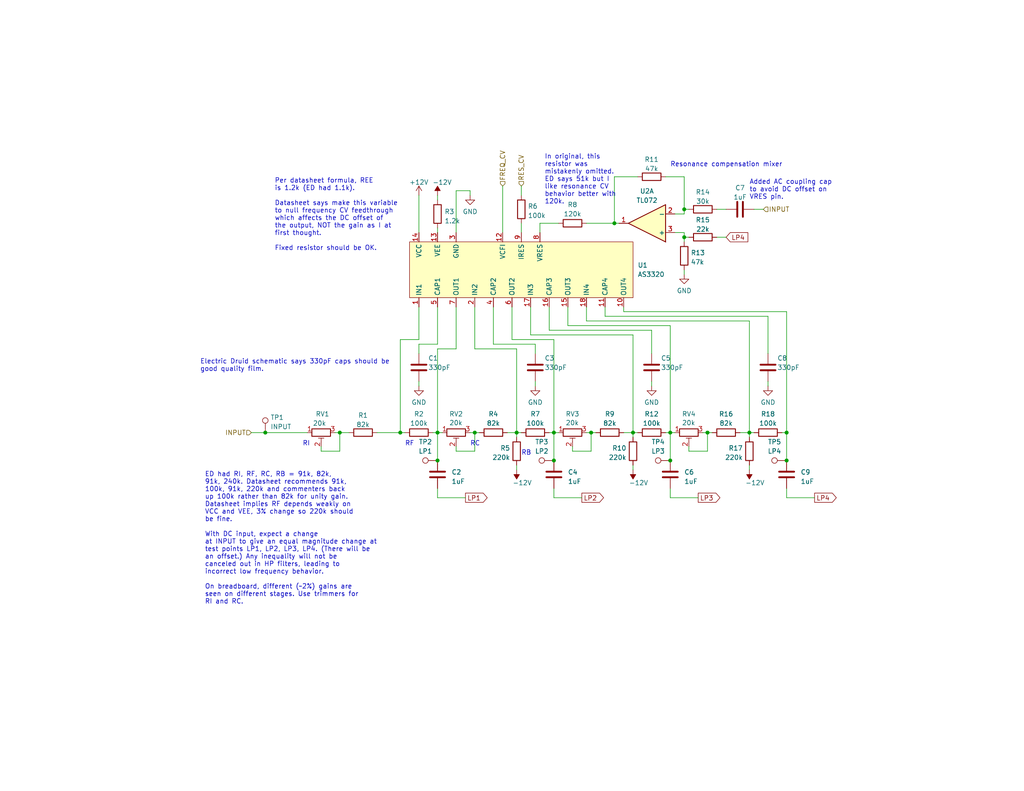
<source format=kicad_sch>
(kicad_sch (version 20221206) (generator eeschema)
  (paper "USLetter")
  (title_block (title "Pole mixing filter") (date "2022-03-29") (company "mods by Rich Holmes / Analog Output") (comment 1 "CC BY-NC-SA 4.0") (comment 2 "https://electricdruid.net/multimode-filters-part-2-pole-mixing-filters/") (comment 3 "Based on Electric Druid design "))
  (lib_symbols
    (symbol "AO_symbols:C" (pin_numbers hide) (pin_names (offset 0.254))
      (property "Reference" "C" (at 0.635 2.54 0))
      (property "Value" "C" (at 0.635 -2.54 0))
      (symbol "C_0_1"
        (polyline (pts (xy -2.032 -0.762) (xy 2.032 -0.762)) (stroke (width 0.508)))
        (polyline (pts (xy -2.032 0.762) (xy 2.032 0.762)) (stroke (width 0.508)))
      )
      (symbol "C_1_1"
        (pin passive line (at 0 3.81 270) (length 2.794) (name "~") (number "1"))
        (pin passive line (at 0 -3.81 90) (length 2.794) (name "~") (number "2"))
      )
    )
    (symbol "AO_symbols:R" (pin_numbers hide) (pin_names (offset 0))
      (property "Reference" "R" (at 2.032 0 90))
      (property "Value" "R" (at 0 0 90))
      (symbol "R_0_1"
        (rectangle (start -1.016 -2.54) (end 1.016 2.54) (stroke (width 0.254)))
      )
      (symbol "R_1_1"
        (pin passive line (at 0 3.81 270) (length 1.27) (name "~") (number "1"))
        (pin passive line (at 0 -3.81 90) (length 1.27) (name "~") (number "2"))
      )
    )
    (symbol "AO_symbols:R_POT_TRIM_3296W" (pin_names (offset 1.016) hide)
      (property "Reference" "RV" (at -4.445 0 90))
      (property "Value" "R_POT_TRIM_3296W" (at -2.54 0 90))
      (symbol "R_POT_TRIM_3296W_0_1"
        (polyline (pts (xy 1.524 0.762) (xy 1.524 -0.762)))
        (polyline (pts (xy 2.54 0) (xy 1.524 0)))
        (rectangle (start 1.016 2.54) (end -1.016 -2.54) (stroke (width 0.254)))
      )
      (symbol "R_POT_TRIM_3296W_1_1"
        (pin passive line (at 0 3.81 270) (length 1.27) (name "1") (number "1"))
        (pin passive line (at 3.81 0 180) (length 1.27) (name "2") (number "2"))
        (pin passive line (at 0 -3.81 90) (length 1.27) (name "3") (number "3"))
      )
    )
    (symbol "AO_symbols:TL072" (pin_names (offset 0.127))
      (property "Reference" "U" (at 0 5.08 0))
      (property "Value" "TL072" (at 0 -5.08 0))
      (symbol "TL072_1_1"
        (polyline (pts (xy -5.08 5.08) (xy 5.08 0) (xy -5.08 -5.08) (xy -5.08 5.08)) (stroke (width 0.254)) (fill (type background)))
        (pin output line (at 7.62 0 180) (length 2.54) (name "~") (number "1"))
        (pin input line (at -7.62 -2.54 0) (length 2.54) (name "-") (number "2"))
        (pin input line (at -7.62 2.54 0) (length 2.54) (name "+") (number "3"))
      )
      (symbol "TL072_2_1"
        (polyline (pts (xy -5.08 5.08) (xy 5.08 0) (xy -5.08 -5.08) (xy -5.08 5.08)) (stroke (width 0.254)) (fill (type background)))
        (pin input line (at -7.62 2.54 0) (length 2.54) (name "+") (number "5"))
        (pin input line (at -7.62 -2.54 0) (length 2.54) (name "-") (number "6"))
        (pin output line (at 7.62 0 180) (length 2.54) (name "~") (number "7"))
      )
      (symbol "TL072_3_1"
        (pin power_in line (at -2.54 -7.62 90) (length 3.81) (name "V-") (number "4"))
        (pin power_in line (at -2.54 7.62 270) (length 3.81) (name "V+") (number "8"))
      )
    )
    (symbol "AO_symbols:TestPoint" (pin_numbers hide) (pin_names (offset 0.762) hide) (in_bom no)
      (property "Reference" "TP" (at 0 6.858 0))
      (property "Value" "TestPoint" (at 0 5.08 0))
      (symbol "TestPoint_0_1"
        (circle (center 0 3.302) (radius 0.762))
      )
      (symbol "TestPoint_1_1"
        (pin passive line (at 0 0 90) (length 2.54) (name "1") (number "1"))
      )
    )
    (symbol "pmf:AS3320"
      (property "Reference" "U" (at 0 15.24 0))
      (property "Value" "AS3320" (at 0 12.7 0))
      (symbol "AS3320_0_1"
        (rectangle (start -30.48 7.62) (end 30.48 -7.62) (stroke (width 0.1524)) (fill (type background)))
      )
      (symbol "AS3320_1_1"
        (pin input line (at -27.94 -10.16 90) (length 2.54) (name "IN1") (number "1"))
        (pin output line (at 27.94 -10.16 90) (length 2.54) (name "OUT4") (number "10"))
        (pin input line (at 22.86 -10.16 90) (length 2.54) (name "CAP4") (number "11"))
        (pin input line (at -5.08 10.16 270) (length 2.54) (name "VCFI") (number "12"))
        (pin passive line (at -22.86 10.16 270) (length 2.54) (name "VEE") (number "13"))
        (pin power_in line (at -27.94 10.16 270) (length 2.54) (name "VCC") (number "14"))
        (pin output line (at 12.7 -10.16 90) (length 2.54) (name "OUT3") (number "15"))
        (pin input line (at 7.62 -10.16 90) (length 2.54) (name "CAP3") (number "16"))
        (pin input line (at 2.54 -10.16 90) (length 2.54) (name "IN3") (number "17"))
        (pin input line (at 17.78 -10.16 90) (length 2.54) (name "IN4") (number "18"))
        (pin input line (at -12.7 -10.16 90) (length 2.54) (name "IN2") (number "2"))
        (pin input line (at -17.78 10.16 270) (length 2.54) (name "GND") (number "3"))
        (pin input line (at -7.62 -10.16 90) (length 2.54) (name "CAP2") (number "4"))
        (pin input line (at -22.86 -10.16 90) (length 2.54) (name "CAP1") (number "5"))
        (pin output line (at -2.54 -10.16 90) (length 2.54) (name "OUT2") (number "6"))
        (pin output line (at -17.78 -10.16 90) (length 2.54) (name "OUT1") (number "7"))
        (pin input line (at 5.08 10.16 270) (length 2.54) (name "VRES") (number "8"))
        (pin input line (at 0 10.16 270) (length 2.54) (name "IRES") (number "9"))
      )
    )
    (symbol "power:+12V" (power) (pin_names (offset 0))
      (property "Value" "+12V" (at 0 3.556 0))
      (symbol "+12V_0_1"
        (polyline (pts (xy -0.762 1.27) (xy 0 2.54)))
        (polyline (pts (xy 0 0) (xy 0 2.54)))
        (polyline (pts (xy 0 2.54) (xy 0.762 1.27)))
      )
      (symbol "+12V_1_1"
        (pin power_in line (at 0 0 90) (length 0) hide (name "+12V") (number "1"))
      )
    )
    (symbol "power:-12V" (power) (pin_names (offset 0))
      (property "Value" "-12V" (at 0 3.81 0))
      (symbol "-12V_0_0"
        (pin power_in line (at 0 0 90) (length 0) hide (name "-12V") (number "1"))
      )
      (symbol "-12V_0_1"
        (polyline (pts (xy 0 0) (xy 0 1.27) (xy 0.762 1.27) (xy 0 2.54) (xy -0.762 1.27) (xy 0 1.27)) (fill (type outline)))
      )
    )
    (symbol "power:GND" (power) (pin_names (offset 0))
      (property "Value" "GND" (at 0 -3.81 0))
      (symbol "GND_0_1"
        (polyline (pts (xy 0 0) (xy 0 -1.27) (xy 1.27 -1.27) (xy 0 -2.54) (xy -1.27 -1.27) (xy 0 -1.27)))
      )
      (symbol "GND_1_1"
        (pin power_in line (at 0 0 270) (length 0) hide (name "GND") (number "1"))
      )
    )
  )
  (junction (at 119.38 125.73))
  (junction (at 109.22 118.11))
  (junction (at 172.72 118.11))
  (junction (at 161.29 118.11))
  (junction (at 129.54 118.11))
  (junction (at 204.47 118.11))
  (junction (at 182.88 118.11))
  (junction (at 167.64 60.96))
  (junction (at 186.69 64.77))
  (junction (at 119.38 118.11))
  (junction (at 140.97 118.11))
  (junction (at 186.69 57.15))
  (junction (at 214.63 125.73))
  (junction (at 72.39 118.11))
  (junction (at 151.13 118.11))
  (junction (at 92.71 118.11))
  (junction (at 182.88 125.73))
  (junction (at 193.04 118.11))
  (junction (at 214.63 118.11))
  (junction (at 151.13 125.73))
  (wire (pts (xy 182.88 88.9) (xy 182.88 118.11)))
  (wire (pts (xy 139.7 83.82) (xy 139.7 92.71)))
  (wire (pts (xy 182.88 118.11) (xy 182.88 125.73)))
  (wire (pts (xy 154.94 88.9) (xy 182.88 88.9)))
  (wire (pts (xy 170.18 85.09) (xy 214.63 85.09)))
  (wire (pts (xy 205.74 57.15) (xy 208.28 57.15)))
  (wire (pts (xy 182.88 135.89) (xy 190.5 135.89)))
  (wire (pts (xy 204.47 118.11) (xy 204.47 119.38)))
  (wire (pts (xy 195.58 57.15) (xy 198.12 57.15)))
  (wire (pts (xy 120.65 118.11) (xy 119.38 118.11)))
  (wire (pts (xy 204.47 118.11) (xy 205.74 118.11)))
  (wire (pts (xy 204.47 127) (xy 204.47 128.27)))
  (wire (pts (xy 151.13 133.35) (xy 151.13 135.89)))
  (wire (pts (xy 191.77 118.11) (xy 193.04 118.11)))
  (wire (pts (xy 140.97 95.25) (xy 140.97 118.11)))
  (wire (pts (xy 140.97 118.11) (xy 140.97 119.38)))
  (wire (pts (xy 160.02 118.11) (xy 161.29 118.11)))
  (wire (pts (xy 119.38 83.82) (xy 119.38 93.98)))
  (wire (pts (xy 137.16 50.8) (xy 137.16 63.5)))
  (wire (pts (xy 214.63 133.35) (xy 214.63 135.89)))
  (wire (pts (xy 187.96 121.92) (xy 187.96 123.19)))
  (wire (pts (xy 172.72 91.44) (xy 172.72 118.11)))
  (wire (pts (xy 114.3 53.34) (xy 114.3 63.5)))
  (wire (pts (xy 119.38 95.25) (xy 124.46 95.25)))
  (wire (pts (xy 87.63 123.19) (xy 92.71 123.19)))
  (wire (pts (xy 193.04 118.11) (xy 194.31 118.11)))
  (wire (pts (xy 187.96 123.19) (xy 193.04 123.19)))
  (wire (pts (xy 119.38 133.35) (xy 119.38 135.89)))
  (wire (pts (xy 146.05 93.98) (xy 146.05 96.52)))
  (wire (pts (xy 181.61 48.26) (xy 186.69 48.26)))
  (wire (pts (xy 92.71 118.11) (xy 95.25 118.11)))
  (wire (pts (xy 209.55 105.41) (xy 209.55 104.14)))
  (wire (pts (xy 149.86 90.17) (xy 177.8 90.17)))
  (wire (pts (xy 214.63 135.89) (xy 222.25 135.89)))
  (wire (pts (xy 109.22 118.11) (xy 110.49 118.11)))
  (wire (pts (xy 147.32 60.96) (xy 152.4 60.96)))
  (wire (pts (xy 156.21 123.19) (xy 161.29 123.19)))
  (wire (pts (xy 184.15 63.5) (xy 186.69 63.5)))
  (wire (pts (xy 119.38 135.89) (xy 127 135.89)))
  (wire (pts (xy 177.8 105.41) (xy 177.8 104.14)))
  (wire (pts (xy 109.22 92.71) (xy 109.22 118.11)))
  (wire (pts (xy 214.63 118.11) (xy 214.63 125.73)))
  (wire (pts (xy 119.38 95.25) (xy 119.38 118.11)))
  (wire (pts (xy 172.72 118.11) (xy 172.72 119.38)))
  (wire (pts (xy 119.38 118.11) (xy 119.38 125.73)))
  (wire (pts (xy 114.3 105.41) (xy 114.3 104.14)))
  (wire (pts (xy 138.43 118.11) (xy 140.97 118.11)))
  (wire (pts (xy 168.91 60.96) (xy 167.64 60.96)))
  (wire (pts (xy 152.4 118.11) (xy 151.13 118.11)))
  (wire (pts (xy 128.27 52.07) (xy 128.27 53.34)))
  (wire (pts (xy 118.11 118.11) (xy 119.38 118.11)))
  (wire (pts (xy 161.29 123.19) (xy 161.29 118.11)))
  (wire (pts (xy 149.86 83.82) (xy 149.86 90.17)))
  (wire (pts (xy 167.64 48.26) (xy 173.99 48.26)))
  (wire (pts (xy 172.72 127) (xy 172.72 128.27)))
  (wire (pts (xy 214.63 85.09) (xy 214.63 118.11)))
  (wire (pts (xy 151.13 92.71) (xy 139.7 92.71)))
  (wire (pts (xy 165.1 86.36) (xy 209.55 86.36)))
  (wire (pts (xy 213.36 118.11) (xy 214.63 118.11)))
  (wire (pts (xy 160.02 87.63) (xy 204.47 87.63)))
  (wire (pts (xy 149.86 118.11) (xy 151.13 118.11)))
  (wire (pts (xy 182.88 133.35) (xy 182.88 135.89)))
  (wire (pts (xy 204.47 87.63) (xy 204.47 118.11)))
  (wire (pts (xy 186.69 74.93) (xy 186.69 73.66)))
  (wire (pts (xy 142.24 60.96) (xy 142.24 63.5)))
  (wire (pts (xy 193.04 123.19) (xy 193.04 118.11)))
  (wire (pts (xy 124.46 95.25) (xy 124.46 83.82)))
  (wire (pts (xy 140.97 118.11) (xy 142.24 118.11)))
  (wire (pts (xy 134.62 83.82) (xy 134.62 93.98)))
  (wire (pts (xy 160.02 83.82) (xy 160.02 87.63)))
  (wire (pts (xy 186.69 64.77) (xy 187.96 64.77)))
  (wire (pts (xy 186.69 57.15) (xy 187.96 57.15)))
  (wire (pts (xy 209.55 86.36) (xy 209.55 96.52)))
  (wire (pts (xy 184.15 118.11) (xy 182.88 118.11)))
  (wire (pts (xy 114.3 92.71) (xy 109.22 92.71)))
  (wire (pts (xy 68.58 118.11) (xy 72.39 118.11)))
  (wire (pts (xy 151.13 92.71) (xy 151.13 118.11)))
  (wire (pts (xy 172.72 118.11) (xy 173.99 118.11)))
  (wire (pts (xy 124.46 121.92) (xy 124.46 123.19)))
  (wire (pts (xy 92.71 118.11) (xy 91.44 118.11)))
  (wire (pts (xy 186.69 66.04) (xy 186.69 64.77)))
  (wire (pts (xy 114.3 83.82) (xy 114.3 92.71)))
  (wire (pts (xy 144.78 91.44) (xy 144.78 83.82)))
  (wire (pts (xy 186.69 48.26) (xy 186.69 57.15)))
  (wire (pts (xy 134.62 93.98) (xy 146.05 93.98)))
  (wire (pts (xy 147.32 60.96) (xy 147.32 63.5)))
  (wire (pts (xy 129.54 123.19) (xy 129.54 118.11)))
  (wire (pts (xy 181.61 118.11) (xy 182.88 118.11)))
  (wire (pts (xy 87.63 121.92) (xy 87.63 123.19)))
  (wire (pts (xy 129.54 95.25) (xy 140.97 95.25)))
  (wire (pts (xy 167.64 60.96) (xy 167.64 48.26)))
  (wire (pts (xy 124.46 63.5) (xy 124.46 52.07)))
  (wire (pts (xy 165.1 83.82) (xy 165.1 86.36)))
  (wire (pts (xy 140.97 127) (xy 140.97 128.27)))
  (wire (pts (xy 160.02 60.96) (xy 167.64 60.96)))
  (wire (pts (xy 151.13 118.11) (xy 151.13 125.73)))
  (wire (pts (xy 142.24 50.8) (xy 142.24 53.34)))
  (wire (pts (xy 129.54 118.11) (xy 130.81 118.11)))
  (wire (pts (xy 184.15 58.42) (xy 186.69 58.42)))
  (wire (pts (xy 129.54 83.82) (xy 129.54 95.25)))
  (wire (pts (xy 177.8 90.17) (xy 177.8 96.52)))
  (wire (pts (xy 161.29 118.11) (xy 162.56 118.11)))
  (wire (pts (xy 186.69 63.5) (xy 186.69 64.77)))
  (wire (pts (xy 128.27 118.11) (xy 129.54 118.11)))
  (wire (pts (xy 156.21 121.92) (xy 156.21 123.19)))
  (wire (pts (xy 201.93 118.11) (xy 204.47 118.11)))
  (wire (pts (xy 114.3 93.98) (xy 119.38 93.98)))
  (wire (pts (xy 186.69 58.42) (xy 186.69 57.15)))
  (wire (pts (xy 170.18 118.11) (xy 172.72 118.11)))
  (wire (pts (xy 144.78 91.44) (xy 172.72 91.44)))
  (wire (pts (xy 102.87 118.11) (xy 109.22 118.11)))
  (wire (pts (xy 170.18 83.82) (xy 170.18 85.09)))
  (wire (pts (xy 124.46 123.19) (xy 129.54 123.19)))
  (wire (pts (xy 195.58 64.77) (xy 198.12 64.77)))
  (wire (pts (xy 119.38 63.5) (xy 119.38 62.23)))
  (wire (pts (xy 119.38 54.61) (xy 119.38 53.34)))
  (wire (pts (xy 151.13 135.89) (xy 158.75 135.89)))
  (wire (pts (xy 146.05 105.41) (xy 146.05 104.14)))
  (wire (pts (xy 114.3 93.98) (xy 114.3 96.52)))
  (wire (pts (xy 92.71 118.11) (xy 92.71 123.19)))
  (wire (pts (xy 154.94 88.9) (xy 154.94 83.82)))
  (wire (pts (xy 124.46 52.07) (xy 128.27 52.07)))
  (wire (pts (xy 72.39 118.11) (xy 83.82 118.11)))
  (text "RC" (at 128.27 121.92 0) (effects (font (size 1.27 1.27)) (justify left bottom)))
  (text "Resonance compensation mixer" (at 182.88 45.72 0) (effects (font (size 1.27 1.27)) (justify left bottom)))
  (text "Added AC coupling cap\nto avoid DC offset on\nVRES pin.\n" (at 204.47 54.61 0) (effects (font (size 1.27 1.27)) (justify left bottom)))
  (text "RF" (at 110.49 121.92 0) (effects (font (size 1.27 1.27)) (justify left bottom)))
  (text "Per datasheet formula, REE\nis 1.2k (ED had 1.1k).\n\nDatasheet says make this variable\nto null frequency CV feedthrough\nwhich affects the DC offset of \nthe output, NOT the gain as I at\nfirst thought. \n\nFixed resistor should be OK." (at 74.93 68.58 0) (effects (font (size 1.27 1.27)) (justify left bottom)))
  (text "RI" (at 82.55 121.92 0) (effects (font (size 1.27 1.27)) (justify left bottom)))
  (text "In original, this\nresistor was\nmistakenly omitted.\nED says 51k but I\nlike resonance CV\nbehavior better with\n120k." (at 148.59 55.88 0) (effects (font (size 1.27 1.27)) (justify left bottom)))
  (text "ED had RI, RF, RC, RB = 91k, 82k, \n91k, 240k. Datasheet recommends 91k, \n100k, 91k, 220k and commenters back \nup 100k rather than 82k for unity gain.\nDatasheet implies RF depends weakly on \nVCC and VEE, 3% change so 220k should \nbe fine.\n\nWith DC input, expect a change\nat INPUT to give an equal magnitude change at \ntest points LP1, LP2, LP3, LP4. (There will be \nan offset.) Any inequality will not be \ncanceled out in HP filters, leading to\nincorrect low frequency behavior.\n\nOn breadboard, different (~2%) gains are\nseen on different stages. Use trimmers for\nRI and RC." (at 55.88 165.1 0) (effects (font (size 1.27 1.27)) (justify left bottom)))
  (text "RB" (at 142.24 124.46 0) (effects (font (size 1.27 1.27)) (justify left bottom)))
  (text "Electric Druid schematic says 330pF caps should be\ngood quality film." (at 54.61 101.6 0) (effects (font (size 1.27 1.27)) (justify left bottom)))
  (global_label "LP1" (shape output) (at 127 135.89 0) (property "Intersheetrefs" "${INTERSHEET_REFS}" (effects hide)))
  (global_label "LP4" (shape input) (at 198.12 64.77 0) (property "Intersheetrefs" "${INTERSHEET_REFS}" (effects hide)))
  (global_label "LP3" (shape output) (at 190.5 135.89 0) (property "Intersheetrefs" "${INTERSHEET_REFS}" (effects hide)))
  (global_label "LP4" (shape output) (at 222.25 135.89 0) (property "Intersheetrefs" "${INTERSHEET_REFS}" (effects hide)))
  (global_label "LP2" (shape output) (at 158.75 135.89 0) (property "Intersheetrefs" "${INTERSHEET_REFS}" (effects hide)))
  (hierarchical_label "INPUT" (shape input) (at 68.58 118.11 180))
  (hierarchical_label "RES_CV" (shape input) (at 142.24 50.8 90))
  (hierarchical_label "INPUT" (shape input) (at 208.28 57.15 0))
  (hierarchical_label "FREQ_CV" (shape input) (at 137.16 50.8 90))
  (symbol (lib_id "power:GND") (at 177.8 105.41 0) (unit 1)
    (property "Reference" "#PWR012" (effects hide))
    (property "Value" "GND" (at 177.8 109.8534 0))
  )
  (symbol (lib_id "AO_symbols:R") (at 166.37 118.11 90) (unit 1)
    (property "Reference" "R9" (at 166.37 113.03 90))
    (property "Value" "82k" (at 166.37 115.57 90))
    (property "Footprint" "AO_tht:R_Axial_DIN0207_L6.3mm_D2.5mm_P10.16mm_Horizontal" (effects hide))
    (property "Vendor" "Tayda" (effects hide))
  )
  (symbol (lib_id "AO_symbols:R") (at 198.12 118.11 90) (unit 1)
    (property "Reference" "R16" (at 198.12 113.03 90))
    (property "Value" "82k" (at 198.12 115.57 90))
    (property "Footprint" "AO_tht:R_Axial_DIN0207_L6.3mm_D2.5mm_P10.16mm_Horizontal" (effects hide))
    (property "Vendor" "Tayda" (effects hide))
  )
  (symbol (lib_id "pmf:AS3320") (at 142.24 73.66 0) (unit 1)
    (property "Reference" "U1" (at 173.99 72.3931 0) (effects (justify left)))
    (property "Value" "AS3320" (at 173.99 74.93 0) (effects (justify left)))
    (property "Footprint" "Package_DIP:DIP-18_W7.62mm_Socket_LongPads" (effects hide))
  )
  (symbol (lib_id "AO_symbols:C") (at 177.8 100.33 0) (unit 1)
    (property "Reference" "C5" (at 180.34 97.79 0) (effects (justify left)))
    (property "Value" "330pF" (at 180.34 100.33 0) (effects (justify left)))
    (property "Footprint" "AO_tht:C_Rect_L7.2mm_W2.5mm_P5.00mm_FKS2_FKP2_MKS2_MKP2" (effects hide))
    (property "Vendor" "Tayda" (effects hide))
    (property "Description" "Polypropylene film capacitor, 5 mm lead spacing" (effects hide))
    (property "Manufacturer" "WIMA" (effects hide))
    (property "Part" "FKP2D003301D00JSSD" (effects hide))
    (property "SKU" "1928-1236-ND" (effects hide))
  )
  (symbol (lib_id "AO_symbols:C") (at 214.63 129.54 0) (unit 1)
    (property "Reference" "C9" (at 218.44 128.905 0) (effects (justify left)))
    (property "Value" "1uF" (at 218.44 131.445 0) (effects (justify left)))
    (property "Footprint" "AO_tht:C_Rect_L7.2mm_W7.2mm_P5.00mm_FKS2_FKP2_MKS2_MKP2" (effects hide))
    (property "Vendor" "Tayda" (effects hide))
  )
  (symbol (lib_id "AO_symbols:R") (at 134.62 118.11 90) (unit 1)
    (property "Reference" "R4" (at 134.62 113.03 90))
    (property "Value" "82k" (at 134.62 115.57 90))
    (property "Footprint" "AO_tht:R_Axial_DIN0207_L6.3mm_D2.5mm_P10.16mm_Horizontal" (effects hide))
    (property "Vendor" "Tayda" (effects hide))
  )
  (symbol (lib_id "AO_symbols:R") (at 156.21 60.96 90) (unit 1)
    (property "Reference" "R8" (at 156.21 55.88 90))
    (property "Value" "120k" (at 156.21 58.42 90))
    (property "Footprint" "AO_tht:R_Axial_DIN0207_L6.3mm_D2.5mm_P10.16mm_Horizontal" (effects hide))
    (property "Vendor" "Tayda" (effects hide))
  )
  (symbol (lib_id "power:-12V") (at 172.72 128.27 180) (unit 1)
    (property "Reference" "#PWR078" (effects hide))
    (property "Value" "-12V" (at 174.244 131.826 0))
  )
  (symbol (lib_id "AO_symbols:C") (at 119.38 129.54 0) (unit 1)
    (property "Reference" "C2" (at 123.19 128.905 0) (effects (justify left)))
    (property "Value" "1uF" (at 123.19 131.445 0) (effects (justify left)))
    (property "Footprint" "AO_tht:C_Rect_L7.2mm_W7.2mm_P5.00mm_FKS2_FKP2_MKS2_MKP2" (effects hide))
    (property "Vendor" "Tayda" (effects hide))
  )
  (symbol (lib_id "power:-12V") (at 204.47 128.27 180) (unit 1)
    (property "Reference" "#PWR079" (effects hide))
    (property "Value" "-12V" (at 205.994 131.826 0))
  )
  (symbol (lib_id "AO_symbols:R") (at 191.77 64.77 90) (unit 1)
    (property "Reference" "R15" (at 191.77 60.0542 90))
    (property "Value" "22k" (at 191.77 62.5911 90))
    (property "Footprint" "AO_tht:R_Axial_DIN0207_L6.3mm_D2.5mm_P10.16mm_Horizontal" (effects hide))
    (property "Vendor" "Tayda" (effects hide))
  )
  (symbol (lib_id "AO_symbols:TestPoint") (at 72.39 118.11 0) (unit 1) (in_bom no)
    (property "Reference" "TP1" (at 73.787 113.9733 0) (effects (justify left)))
    (property "Value" "INPUT" (at 73.787 116.5102 0) (effects (justify left)))
    (property "Footprint" "AO_tht:TestPoint_THTPad_D1.5mm_Drill0.7mm" (effects hide))
    (property "Config" "DNF" (effects hide))
  )
  (symbol (lib_id "AO_symbols:R_POT_TRIM_3296W") (at 187.96 118.11 90) (mirror x) (unit 1)
    (property "Reference" "RV4" (at 187.96 113.03 90))
    (property "Value" "20k" (at 186.055 115.443 90) (effects (justify right)))
    (property "Footprint" "AO_tht:Potentiometer_Bourns_3296W_Vertical_standard" (effects hide))
    (property "Vendor" "Tayda" (effects hide))
  )
  (symbol (lib_id "AO_symbols:R_POT_TRIM_3296W") (at 124.46 118.11 90) (mirror x) (unit 1)
    (property "Reference" "RV2" (at 124.46 113.03 90))
    (property "Value" "20k" (at 122.555 115.443 90) (effects (justify right)))
    (property "Footprint" "AO_tht:Potentiometer_Bourns_3296W_Vertical_standard" (effects hide))
    (property "Vendor" "Tayda" (effects hide))
  )
  (symbol (lib_id "power:GND") (at 128.27 53.34 0) (unit 1)
    (property "Reference" "#PWR07" (effects hide))
    (property "Value" "GND" (at 128.27 57.7834 0))
  )
  (symbol (lib_id "AO_symbols:C") (at 182.88 129.54 0) (unit 1)
    (property "Reference" "C6" (at 186.69 128.905 0) (effects (justify left)))
    (property "Value" "1uF" (at 186.69 131.445 0) (effects (justify left)))
    (property "Footprint" "AO_tht:C_Rect_L7.2mm_W7.2mm_P5.00mm_FKS2_FKP2_MKS2_MKP2" (effects hide))
    (property "Vendor" "Tayda" (effects hide))
  )
  (symbol (lib_id "AO_symbols:R") (at 114.3 118.11 90) (unit 1)
    (property "Reference" "R2" (at 114.3 113.03 90))
    (property "Value" "100k" (at 114.3 115.57 90))
    (property "Footprint" "AO_tht:R_Axial_DIN0207_L6.3mm_D2.5mm_P10.16mm_Horizontal" (effects hide))
    (property "Vendor" "Tayda" (effects hide))
  )
  (symbol (lib_id "AO_symbols:R") (at 99.06 118.11 90) (unit 1)
    (property "Reference" "R1" (at 99.06 113.3942 90))
    (property "Value" "82k" (at 99.06 115.9311 90))
    (property "Footprint" "AO_tht:R_Axial_DIN0207_L6.3mm_D2.5mm_P10.16mm_Horizontal" (effects hide))
    (property "Vendor" "Tayda" (effects hide))
  )
  (symbol (lib_id "AO_symbols:R") (at 140.97 123.19 0) (mirror y) (unit 1)
    (property "Reference" "R5" (at 139.192 122.3553 0) (effects (justify left)))
    (property "Value" "220k" (at 139.192 124.8922 0) (effects (justify left)))
    (property "Footprint" "AO_tht:R_Axial_DIN0207_L6.3mm_D2.5mm_P10.16mm_Horizontal" (effects hide))
    (property "Vendor" "Tayda" (effects hide))
  )
  (symbol (lib_id "AO_symbols:R") (at 142.24 57.15 0) (unit 1)
    (property "Reference" "R6" (at 144.018 56.3153 0) (effects (justify left)))
    (property "Value" "100k" (at 144.018 58.8522 0) (effects (justify left)))
    (property "Footprint" "AO_tht:R_Axial_DIN0207_L6.3mm_D2.5mm_P10.16mm_Horizontal" (effects hide))
    (property "Vendor" "Tayda" (effects hide))
  )
  (symbol (lib_id "AO_symbols:R") (at 177.8 118.11 90) (unit 1)
    (property "Reference" "R12" (at 177.8 113.03 90))
    (property "Value" "100k" (at 177.8 115.57 90))
    (property "Footprint" "AO_tht:R_Axial_DIN0207_L6.3mm_D2.5mm_P10.16mm_Horizontal" (effects hide))
    (property "Vendor" "Tayda" (effects hide))
  )
  (symbol (lib_id "AO_symbols:R") (at 186.69 69.85 0) (unit 1)
    (property "Reference" "R13" (at 188.468 69.0153 0) (effects (justify left)))
    (property "Value" "47k" (at 188.468 71.5522 0) (effects (justify left)))
    (property "Footprint" "AO_tht:R_Axial_DIN0207_L6.3mm_D2.5mm_P10.16mm_Horizontal" (effects hide))
    (property "Vendor" "Tayda" (effects hide))
  )
  (symbol (lib_id "AO_symbols:C") (at 209.55 100.33 0) (unit 1)
    (property "Reference" "C8" (at 212.09 97.79 0) (effects (justify left)))
    (property "Value" "330pF" (at 212.09 100.33 0) (effects (justify left)))
    (property "Footprint" "AO_tht:C_Rect_L7.2mm_W2.5mm_P5.00mm_FKS2_FKP2_MKS2_MKP2" (effects hide))
    (property "Vendor" "Tayda" (effects hide))
    (property "Description" "Polypropylene film capacitor, 5 mm lead spacing" (effects hide))
    (property "Manufacturer" "WIMA" (effects hide))
    (property "Part" "FKP2D003301D00JSSD" (effects hide))
    (property "SKU" "1928-1236-ND" (effects hide))
  )
  (symbol (lib_id "AO_symbols:R") (at 209.55 118.11 90) (unit 1)
    (property "Reference" "R18" (at 209.55 113.03 90))
    (property "Value" "100k" (at 209.55 115.57 90))
    (property "Footprint" "AO_tht:R_Axial_DIN0207_L6.3mm_D2.5mm_P10.16mm_Horizontal" (effects hide))
    (property "Vendor" "Tayda" (effects hide))
  )
  (symbol (lib_id "AO_symbols:R") (at 177.8 48.26 90) (unit 1)
    (property "Reference" "R11" (at 177.8 43.5442 90))
    (property "Value" "47k" (at 177.8 46.0811 90))
    (property "Footprint" "AO_tht:R_Axial_DIN0207_L6.3mm_D2.5mm_P10.16mm_Horizontal" (effects hide))
    (property "Vendor" "Tayda" (effects hide))
  )
  (symbol (lib_id "AO_symbols:C") (at 201.93 57.15 90) (unit 1)
    (property "Reference" "C7" (at 201.93 51.2912 90))
    (property "Value" "1uF" (at 201.93 53.8281 90))
    (property "Footprint" "AO_tht:C_Rect_L7.2mm_W7.2mm_P5.00mm_FKS2_FKP2_MKS2_MKP2" (effects hide))
    (property "Vendor" "Tayda" (effects hide))
  )
  (symbol (lib_id "AO_symbols:C") (at 146.05 100.33 0) (unit 1)
    (property "Reference" "C3" (at 148.59 97.79 0) (effects (justify left)))
    (property "Value" "330pF" (at 148.59 100.33 0) (effects (justify left)))
    (property "Footprint" "AO_tht:C_Rect_L7.2mm_W2.5mm_P5.00mm_FKS2_FKP2_MKS2_MKP2" (effects hide))
    (property "Vendor" "Tayda" (effects hide))
    (property "Description" "Polypropylene film capacitor, 5 mm lead spacing" (effects hide))
    (property "Manufacturer" "WIMA" (effects hide))
    (property "Part" "FKP2D003301D00JSSD" (effects hide))
    (property "SKU" "1928-1236-ND" (effects hide))
  )
  (symbol (lib_id "AO_symbols:R_POT_TRIM_3296W") (at 156.21 118.11 90) (mirror x) (unit 1)
    (property "Reference" "RV3" (at 156.21 113.03 90))
    (property "Value" "20k" (at 154.305 115.443 90) (effects (justify right)))
    (property "Footprint" "AO_tht:Potentiometer_Bourns_3296W_Vertical_standard" (effects hide))
    (property "Vendor" "Tayda" (effects hide))
  )
  (symbol (lib_id "power:GND") (at 186.69 74.93 0) (unit 1)
    (property "Reference" "#PWR015" (effects hide))
    (property "Value" "GND" (at 186.69 79.3734 0))
  )
  (symbol (lib_id "AO_symbols:R") (at 172.72 123.19 0) (mirror y) (unit 1)
    (property "Reference" "R10" (at 170.942 122.3553 0) (effects (justify left)))
    (property "Value" "220k" (at 170.942 124.8922 0) (effects (justify left)))
    (property "Footprint" "AO_tht:R_Axial_DIN0207_L6.3mm_D2.5mm_P10.16mm_Horizontal" (effects hide))
    (property "Vendor" "Tayda" (effects hide))
  )
  (symbol (lib_id "power:GND") (at 114.3 105.41 0) (unit 1)
    (property "Reference" "#PWR03" (effects hide))
    (property "Value" "GND" (at 114.3 109.8534 0))
  )
  (symbol (lib_id "AO_symbols:R") (at 204.47 123.19 0) (mirror y) (unit 1)
    (property "Reference" "R17" (at 202.692 122.3553 0) (effects (justify left)))
    (property "Value" "220k" (at 202.692 124.8922 0) (effects (justify left)))
    (property "Footprint" "AO_tht:R_Axial_DIN0207_L6.3mm_D2.5mm_P10.16mm_Horizontal" (effects hide))
    (property "Vendor" "Tayda" (effects hide))
  )
  (symbol (lib_id "power:GND") (at 146.05 105.41 0) (unit 1)
    (property "Reference" "#PWR08" (effects hide))
    (property "Value" "GND" (at 146.05 109.8534 0))
  )
  (symbol (lib_id "AO_symbols:R_POT_TRIM_3296W") (at 87.63 118.11 90) (mirror x) (unit 1)
    (property "Reference" "RV1" (at 86.106 113.0331 90) (effects (justify right)))
    (property "Value" "20k" (at 85.344 115.57 90) (effects (justify right)))
    (property "Footprint" "AO_tht:Potentiometer_Bourns_3296W_Vertical_standard" (effects hide))
    (property "Vendor" "Tayda" (effects hide))
  )
  (symbol (lib_id "AO_symbols:R") (at 119.38 58.42 0) (unit 1)
    (property "Reference" "R3" (at 121.285 57.785 0) (effects (justify left)))
    (property "Value" "1.2k" (at 121.285 60.325 0) (effects (justify left)))
    (property "Footprint" "AO_tht:R_Axial_DIN0207_L6.3mm_D2.5mm_P10.16mm_Horizontal" (effects hide))
    (property "Vendor" "Tayda" (effects hide))
  )
  (symbol (lib_id "AO_symbols:R") (at 146.05 118.11 90) (unit 1)
    (property "Reference" "R7" (at 146.05 113.03 90))
    (property "Value" "100k" (at 146.05 115.57 90))
    (property "Footprint" "AO_tht:R_Axial_DIN0207_L6.3mm_D2.5mm_P10.16mm_Horizontal" (effects hide))
    (property "Vendor" "Tayda" (effects hide))
  )
  (symbol (lib_id "power:-12V") (at 119.38 53.34 0) (unit 1)
    (property "Reference" "#PWR05" (effects hide))
    (property "Value" "-12V" (at 120.65 49.784 0))
  )
  (symbol (lib_id "power:-12V") (at 140.97 128.27 180) (unit 1)
    (property "Reference" "#PWR077" (effects hide))
    (property "Value" "-12V" (at 142.494 131.826 0))
  )
  (symbol (lib_id "AO_symbols:TestPoint") (at 182.88 125.73 90) (unit 1) (in_bom no)
    (property "Reference" "TP4" (at 179.578 120.65 90))
    (property "Value" "LP3" (at 179.578 123.19 90))
    (property "Footprint" "AO_tht:TestPoint_THTPad_D1.5mm_Drill0.7mm" (effects hide))
    (property "Config" "DNF" (effects hide))
  )
  (symbol (lib_id "AO_symbols:TestPoint") (at 214.63 125.73 90) (unit 1) (in_bom no)
    (property "Reference" "TP5" (at 211.328 120.65 90))
    (property "Value" "LP4" (at 211.328 123.19 90))
    (property "Footprint" "AO_tht:TestPoint_THTPad_D1.5mm_Drill0.7mm" (effects hide))
    (property "Config" "DNF" (effects hide))
  )
  (symbol (lib_id "AO_symbols:TL072") (at 176.53 60.96 180) (unit 1)
    (property "Reference" "U2" (at 176.53 52.1802 0))
    (property "Value" "TL072" (at 176.53 54.7171 0))
    (property "Footprint" "AO_tht:DIP-8_W7.62mm_Socket_LongPads" (effects hide))
    (property "Vendor" "Tayda" (effects hide))
    (property "SKU" "A-037" (effects hide))
  )
  (symbol (lib_id "AO_symbols:C") (at 151.13 129.54 0) (unit 1)
    (property "Reference" "C4" (at 154.94 128.905 0) (effects (justify left)))
    (property "Value" "1uF" (at 154.94 131.445 0) (effects (justify left)))
    (property "Footprint" "AO_tht:C_Rect_L7.2mm_W7.2mm_P5.00mm_FKS2_FKP2_MKS2_MKP2" (effects hide))
    (property "Vendor" "Tayda" (effects hide))
  )
  (symbol (lib_id "AO_symbols:TestPoint") (at 151.13 125.73 90) (unit 1) (in_bom no)
    (property "Reference" "TP3" (at 147.828 120.65 90))
    (property "Value" "LP2" (at 147.828 123.19 90))
    (property "Footprint" "AO_tht:TestPoint_THTPad_D1.5mm_Drill0.7mm" (effects hide))
    (property "Config" "DNF" (effects hide))
  )
  (symbol (lib_id "AO_symbols:R") (at 191.77 57.15 90) (unit 1)
    (property "Reference" "R14" (at 191.77 52.4342 90))
    (property "Value" "30k" (at 191.77 54.9711 90))
    (property "Footprint" "AO_tht:R_Axial_DIN0207_L6.3mm_D2.5mm_P10.16mm_Horizontal" (effects hide))
    (property "Vendor" "Tayda" (effects hide))
  )
  (symbol (lib_id "AO_symbols:TestPoint") (at 119.38 125.73 90) (unit 1) (in_bom no)
    (property "Reference" "TP2" (at 116.078 120.65 90))
    (property "Value" "LP1" (at 116.078 123.19 90))
    (property "Footprint" "AO_tht:TestPoint_THTPad_D1.5mm_Drill0.7mm" (effects hide))
    (property "Config" "DNF" (effects hide))
  )
  (symbol (lib_id "AO_symbols:C") (at 114.3 100.33 0) (unit 1)
    (property "Reference" "C1" (at 116.84 97.79 0) (effects (justify left)))
    (property "Value" "330pF" (at 116.84 100.33 0) (effects (justify left)))
    (property "Footprint" "AO_tht:C_Rect_L7.2mm_W2.5mm_P5.00mm_FKS2_FKP2_MKS2_MKP2" (effects hide))
    (property "Vendor" "Tayda" (effects hide))
    (property "Description" "Polypropylene film capacitor, 5 mm lead spacing" (effects hide))
    (property "Manufacturer" "WIMA" (effects hide))
    (property "Part" "FKP2D003301D00JSSD" (effects hide))
    (property "SKU" "1928-1236-ND" (effects hide))
  )
  (symbol (lib_id "power:+12V") (at 114.3 53.34 0) (unit 1)
    (property "Reference" "#PWR04" (effects hide))
    (property "Value" "+12V" (at 114.3 49.7642 0))
  )
  (symbol (lib_id "power:GND") (at 209.55 105.41 0) (unit 1)
    (property "Reference" "#PWR014" (effects hide))
    (property "Value" "GND" (at 209.55 109.8534 0))
  )
)
</source>
